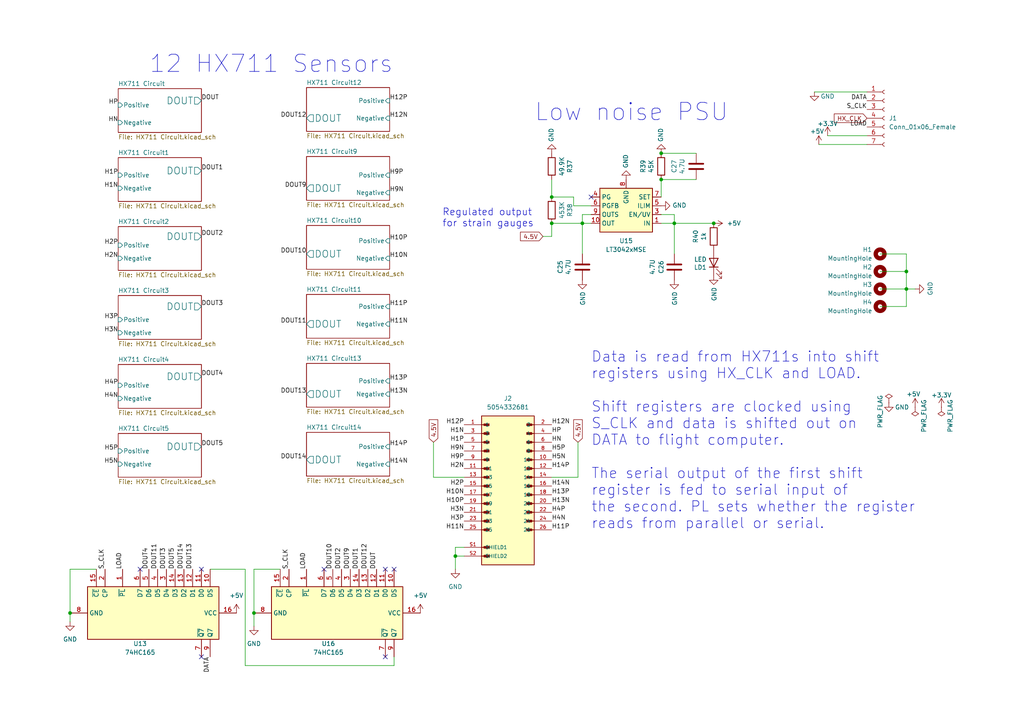
<source format=kicad_sch>
(kicad_sch (version 20231120) (generator "eeschema") (generator_version "8.0")
  (paper "A4")
  (title_block (title "Strain Gauge PCB"))
  (lib_symbols
    (symbol "5054332681:5054332681" (pin_names (offset 1.016))
      (property "Reference" "J" (at -7.62 21.59 0))
      (property "Value" "5054332681" (at -7.62 -25.4 0))
      (symbol "5054332681_0_0"
        (rectangle (start -7.62 -22.86) (end 7.62 20.32) (stroke (width 0.254)) (fill (type background)))
        (rectangle (start -6.985 -20.6375) (end -5.3975 -20.0025) (stroke (width 0.1)) (fill (type outline)))
        (rectangle (start -6.985 -18.0975) (end -5.3975 -17.4625) (stroke (width 0.1)) (fill (type outline)))
        (rectangle (start -6.985 -13.0175) (end -5.3975 -12.3825) (stroke (width 0.1)) (fill (type outline)))
        (rectangle (start -6.985 -10.4775) (end -5.3975 -9.8425) (stroke (width 0.1)) (fill (type outline)))
        (rectangle (start -6.985 -7.9375) (end -5.3975 -7.3025) (stroke (width 0.1)) (fill (type outline)))
        (rectangle (start -6.985 -5.3975) (end -5.3975 -4.7625) (stroke (width 0.1)) (fill (type outline)))
        (rectangle (start -6.985 -2.8575) (end -5.3975 -2.2225) (stroke (width 0.1)) (fill (type outline)))
        (rectangle (start -6.985 -0.3175) (end -5.3975 0.3175) (stroke (width 0.1)) (fill (type outline)))
        (rectangle (start -6.985 2.2225) (end -5.3975 2.8575) (stroke (width 0.1)) (fill (type outline)))
        (rectangle (start -6.985 4.7625) (end -5.3975 5.3975) (stroke (width 0.1)) (fill (type outline)))
        (rectangle (start -6.985 7.3025) (end -5.3975 7.9375) (stroke (width 0.1)) (fill (type outline)))
        (rectangle (start -6.985 9.8425) (end -5.3975 10.4775) (stroke (width 0.1)) (fill (type outline)))
        (rectangle (start -6.985 12.3825) (end -5.3975 13.0175) (stroke (width 0.1)) (fill (type outline)))
        (rectangle (start -6.985 14.9225) (end -5.3975 15.5575) (stroke (width 0.1)) (fill (type outline)))
        (rectangle (start -6.985 17.4625) (end -5.3975 18.0975) (stroke (width 0.1)) (fill (type outline)))
        (polyline (pts (xy -7.62 -20.32) (xy -5.715 -20.32)) (stroke (width 0.254)))
        (polyline (pts (xy -7.62 -17.78) (xy -5.715 -17.78)) (stroke (width 0.254)))
        (polyline (pts (xy -7.62 -12.7) (xy -5.715 -12.7)) (stroke (width 0.254)))
        (polyline (pts (xy -7.62 -10.16) (xy -5.715 -10.16)) (stroke (width 0.254)))
        (polyline (pts (xy -7.62 -7.62) (xy -5.715 -7.62)) (stroke (width 0.254)))
        (polyline (pts (xy -7.62 -5.08) (xy -5.715 -5.08)) (stroke (width 0.254)))
        (polyline (pts (xy -7.62 -2.54) (xy -5.715 -2.54)) (stroke (width 0.254)))
        (polyline (pts (xy -7.62 0) (xy -5.715 0)) (stroke (width 0.254)))
        (polyline (pts (xy -7.62 2.54) (xy -5.715 2.54)) (stroke (width 0.254)))
        (polyline (pts (xy -7.62 5.08) (xy -5.715 5.08)) (stroke (width 0.254)))
        (polyline (pts (xy -7.62 7.62) (xy -5.715 7.62)) (stroke (width 0.254)))
        (polyline (pts (xy -7.62 10.16) (xy -5.715 10.16)) (stroke (width 0.254)))
        (polyline (pts (xy -7.62 12.7) (xy -5.715 12.7)) (stroke (width 0.254)))
        (polyline (pts (xy -7.62 15.24) (xy -5.715 15.24)) (stroke (width 0.254)))
        (polyline (pts (xy -7.62 17.78) (xy -5.715 17.78)) (stroke (width 0.254)))
        (polyline (pts (xy 7.62 -12.7) (xy 5.715 -12.7)) (stroke (width 0.254)))
        (polyline (pts (xy 7.62 -10.16) (xy 5.715 -10.16)) (stroke (width 0.254)))
        (polyline (pts (xy 7.62 -7.62) (xy 5.715 -7.62)) (stroke (width 0.254)))
        (polyline (pts (xy 7.62 -5.08) (xy 5.715 -5.08)) (stroke (width 0.254)))
        (polyline (pts (xy 7.62 -2.54) (xy 5.715 -2.54)) (stroke (width 0.254)))
        (polyline (pts (xy 7.62 0) (xy 5.715 0)) (stroke (width 0.254)))
        (polyline (pts (xy 7.62 2.54) (xy 5.715 2.54)) (stroke (width 0.254)))
        (polyline (pts (xy 7.62 5.08) (xy 5.715 5.08)) (stroke (width 0.254)))
        (polyline (pts (xy 7.62 7.62) (xy 5.715 7.62)) (stroke (width 0.254)))
        (polyline (pts (xy 7.62 10.16) (xy 5.715 10.16)) (stroke (width 0.254)))
        (polyline (pts (xy 7.62 12.7) (xy 5.715 12.7)) (stroke (width 0.254)))
        (polyline (pts (xy 7.62 15.24) (xy 5.715 15.24)) (stroke (width 0.254)))
        (polyline (pts (xy 7.62 17.78) (xy 5.715 17.78)) (stroke (width 0.254)))
        (rectangle (start 5.3975 -13.0175) (end 6.985 -12.3825) (stroke (width 0.1)) (fill (type outline)))
        (rectangle (start 5.3975 -10.4775) (end 6.985 -9.8425) (stroke (width 0.1)) (fill (type outline)))
        (rectangle (start 5.3975 -7.9375) (end 6.985 -7.3025) (stroke (width 0.1)) (fill (type outline)))
        (rectangle (start 5.3975 -5.3975) (end 6.985 -4.7625) (stroke (width 0.1)) (fill (type outline)))
        (rectangle (start 5.3975 -2.8575) (end 6.985 -2.2225) (stroke (width 0.1)) (fill (type outline)))
        (rectangle (start 5.3975 -0.3175) (end 6.985 0.3175) (stroke (width 0.1)) (fill (type outline)))
        (rectangle (start 5.3975 2.2225) (end 6.985 2.8575) (stroke (width 0.1)) (fill (type outline)))
        (rectangle (start 5.3975 4.7625) (end 6.985 5.3975) (stroke (width 0.1)) (fill (type outline)))
        (rectangle (start 5.3975 7.3025) (end 6.985 7.9375) (stroke (width 0.1)) (fill (type outline)))
        (rectangle (start 5.3975 9.8425) (end 6.985 10.4775) (stroke (width 0.1)) (fill (type outline)))
        (rectangle (start 5.3975 12.3825) (end 6.985 13.0175) (stroke (width 0.1)) (fill (type outline)))
        (rectangle (start 5.3975 14.9225) (end 6.985 15.5575) (stroke (width 0.1)) (fill (type outline)))
        (rectangle (start 5.3975 17.4625) (end 6.985 18.0975) (stroke (width 0.1)) (fill (type outline)))
        (pin passive line (at -12.7 17.78 0) (length 5.08) (name "1") (number "1"))
        (pin passive line (at 12.7 7.62 180) (length 5.08) (name "10") (number "10"))
        (pin passive line (at -12.7 5.08 0) (length 5.08) (name "11") (number "11"))
        (pin passive line (at 12.7 5.08 180) (length 5.08) (name "12") (number "12"))
        (pin passive line (at -12.7 2.54 0) (length 5.08) (name "13") (number "13"))
        (pin passive line (at 12.7 2.54 180) (length 5.08) (name "14") (number "14"))
        (pin passive line (at -12.7 0 0) (length 5.08) (name "15") (number "15"))
        (pin passive line (at 12.7 0 180) (length 5.08) (name "16") (number "16"))
        (pin passive line (at -12.7 -2.54 0) (length 5.08) (name "17") (number "17"))
        (pin passive line (at 12.7 -2.54 180) (length 5.08) (name "18") (number "18"))
        (pin passive line (at -12.7 -5.08 0) (length 5.08) (name "19") (number "19"))
        (pin passive line (at 12.7 17.78 180) (length 5.08) (name "2") (number "2"))
        (pin passive line (at 12.7 -5.08 180) (length 5.08) (name "20") (number "20"))
        (pin passive line (at -12.7 -7.62 0) (length 5.08) (name "21") (number "21"))
        (pin passive line (at 12.7 -7.62 180) (length 5.08) (name "22") (number "22"))
        (pin passive line (at -12.7 -10.16 0) (length 5.08) (name "23") (number "23"))
        (pin passive line (at 12.7 -10.16 180) (length 5.08) (name "24") (number "24"))
        (pin passive line (at -12.7 -12.7 0) (length 5.08) (name "25") (number "25"))
        (pin passive line (at 12.7 -12.7 180) (length 5.08) (name "26") (number "26"))
        (pin passive line (at -12.7 15.24 0) (length 5.08) (name "3") (number "3"))
        (pin passive line (at 12.7 15.24 180) (length 5.08) (name "4") (number "4"))
        (pin passive line (at -12.7 12.7 0) (length 5.08) (name "5") (number "5"))
        (pin passive line (at 12.7 12.7 180) (length 5.08) (name "6") (number "6"))
        (pin passive line (at -12.7 10.16 0) (length 5.08) (name "7") (number "7"))
        (pin passive line (at 12.7 10.16 180) (length 5.08) (name "8") (number "8"))
        (pin passive line (at -12.7 7.62 0) (length 5.08) (name "9") (number "9"))
        (pin passive line (at -12.7 -17.78 0) (length 5.08) (name "SHIELD1") (number "S1"))
        (pin passive line (at -12.7 -20.32 0) (length 5.08) (name "SHIELD2") (number "S2"))
      )
    )
    (symbol "74xx:74HC165"
      (property "Reference" "U" (at -7.62 19.05 0))
      (property "Value" "74HC165" (at -7.62 -21.59 0))
      (symbol "74HC165_1_0"
        (pin input line (at -12.7 -10.16 0) (length 5.08) (name "~{PL}") (number "1"))
        (pin input line (at -12.7 15.24 0) (length 5.08) (name "DS") (number "10"))
        (pin input line (at -12.7 12.7 0) (length 5.08) (name "D0") (number "11"))
        (pin input line (at -12.7 10.16 0) (length 5.08) (name "D1") (number "12"))
        (pin input line (at -12.7 7.62 0) (length 5.08) (name "D2") (number "13"))
        (pin input line (at -12.7 5.08 0) (length 5.08) (name "D3") (number "14"))
        (pin input line (at -12.7 -17.78 0) (length 5.08) (name "~{CE}") (number "15"))
        (pin power_in line (at 0 22.86 270) (length 5.08) (name "VCC") (number "16"))
        (pin input line (at -12.7 -15.24 0) (length 5.08) (name "CP") (number "2"))
        (pin input line (at -12.7 2.54 0) (length 5.08) (name "D4") (number "3"))
        (pin input line (at -12.7 0 0) (length 5.08) (name "D5") (number "4"))
        (pin input line (at -12.7 -2.54 0) (length 5.08) (name "D6") (number "5"))
        (pin input line (at -12.7 -5.08 0) (length 5.08) (name "D7") (number "6"))
        (pin output line (at 12.7 12.7 180) (length 5.08) (name "~{Q7}") (number "7"))
        (pin power_in line (at 0 -25.4 90) (length 5.08) (name "GND") (number "8"))
        (pin output line (at 12.7 15.24 180) (length 5.08) (name "Q7") (number "9"))
      )
      (symbol "74HC165_1_1"
        (rectangle (start -7.62 17.78) (end 7.62 -20.32) (stroke (width 0.254)) (fill (type background)))
      )
    )
    (symbol "Connector:Conn_01x07_Socket" (pin_names (offset 1.016) hide)
      (property "Reference" "J" (at 0 10.16 0))
      (property "Value" "Conn_01x07_Socket" (at 0 -10.16 0))
      (symbol "Conn_01x07_Socket_1_1"
        (arc (start 0 -7.112) (mid -0.5058 -7.62) (end 0 -8.128) (stroke (width 0.1524)))
        (arc (start 0 -4.572) (mid -0.5058 -5.08) (end 0 -5.588) (stroke (width 0.1524)))
        (arc (start 0 -2.032) (mid -0.5058 -2.54) (end 0 -3.048) (stroke (width 0.1524)))
        (polyline (pts (xy -1.27 -7.62) (xy -0.508 -7.62)) (stroke (width 0.1524)))
        (polyline (pts (xy -1.27 -5.08) (xy -0.508 -5.08)) (stroke (width 0.1524)))
        (polyline (pts (xy -1.27 -2.54) (xy -0.508 -2.54)) (stroke (width 0.1524)))
        (polyline (pts (xy -1.27 0) (xy -0.508 0)) (stroke (width 0.1524)))
        (polyline (pts (xy -1.27 2.54) (xy -0.508 2.54)) (stroke (width 0.1524)))
        (polyline (pts (xy -1.27 5.08) (xy -0.508 5.08)) (stroke (width 0.1524)))
        (polyline (pts (xy -1.27 7.62) (xy -0.508 7.62)) (stroke (width 0.1524)))
        (arc (start 0 0.508) (mid -0.5058 0) (end 0 -0.508) (stroke (width 0.1524)))
        (arc (start 0 3.048) (mid -0.5058 2.54) (end 0 2.032) (stroke (width 0.1524)))
        (arc (start 0 5.588) (mid -0.5058 5.08) (end 0 4.572) (stroke (width 0.1524)))
        (arc (start 0 8.128) (mid -0.5058 7.62) (end 0 7.112) (stroke (width 0.1524)))
        (pin passive line (at -5.08 7.62 0) (length 3.81) (name "Pin_1") (number "1"))
        (pin passive line (at -5.08 5.08 0) (length 3.81) (name "Pin_2") (number "2"))
        (pin passive line (at -5.08 2.54 0) (length 3.81) (name "Pin_3") (number "3"))
        (pin passive line (at -5.08 0 0) (length 3.81) (name "Pin_4") (number "4"))
        (pin passive line (at -5.08 -2.54 0) (length 3.81) (name "Pin_5") (number "5"))
        (pin passive line (at -5.08 -5.08 0) (length 3.81) (name "Pin_6") (number "6"))
        (pin passive line (at -5.08 -7.62 0) (length 3.81) (name "Pin_7") (number "7"))
      )
    )
    (symbol "GND_1" (power) (pin_numbers hide) (pin_names (offset 0) hide)
      (property "Value" "GND" (at 0 -3.81 0))
      (symbol "GND_1_0_1"
        (polyline (pts (xy 0 0) (xy 0 -1.27) (xy 1.27 -1.27) (xy 0 -2.54) (xy -1.27 -1.27) (xy 0 -1.27)))
      )
      (symbol "GND_1_1_1"
        (pin power_in line (at 0 0 270) (length 0) (name "~") (number "1"))
      )
    )
    (symbol "Mechanical:MountingHole" (pin_names (offset 1.016))
      (property "Reference" "H" (at 0 5.08 0))
      (property "Value" "MountingHole" (at 0 3.175 0))
      (symbol "MountingHole_0_1"
        (circle (center 0 0) (radius 1.27) (stroke (width 1.27)))
      )
    )
    (symbol "PCB-rescue:+5V-power" (power) (pin_names (offset 0))
      (property "Value" "+5V-power" (at 0 3.556 0))
      (symbol "+5V-power_0_1"
        (polyline (pts (xy -0.762 1.27) (xy 0 2.54)))
        (polyline (pts (xy 0 0) (xy 0 2.54)))
        (polyline (pts (xy 0 2.54) (xy 0.762 1.27)))
      )
      (symbol "+5V-power_1_1"
        (pin power_in line (at 0 0 90) (length 0) hide (name "+5V") (number "1"))
      )
    )
    (symbol "PCB-rescue:C-Device" (pin_numbers hide) (pin_names (offset 0.254))
      (property "Reference" "C" (at 0.635 2.54 0))
      (property "Value" "C-Device" (at 0.635 -2.54 0))
      (symbol "C-Device_0_1"
        (polyline (pts (xy -2.032 -0.762) (xy 2.032 -0.762)) (stroke (width 0.508)))
        (polyline (pts (xy -2.032 0.762) (xy 2.032 0.762)) (stroke (width 0.508)))
      )
      (symbol "C-Device_1_1"
        (pin passive line (at 0 3.81 270) (length 2.794) (name "~") (number "1"))
        (pin passive line (at 0 -3.81 90) (length 2.794) (name "~") (number "2"))
      )
    )
    (symbol "PCB-rescue:GND-power" (power) (pin_names (offset 0))
      (property "Value" "GND-power" (at 0 -3.81 0))
      (symbol "GND-power_0_1"
        (polyline (pts (xy 0 0) (xy 0 -1.27) (xy 1.27 -1.27) (xy 0 -2.54) (xy -1.27 -1.27) (xy 0 -1.27)))
      )
      (symbol "GND-power_1_1"
        (pin power_in line (at 0 0 270) (length 0) hide (name "GND") (number "1"))
      )
    )
    (symbol "PCB-rescue:LED-Device" (pin_numbers hide) (pin_names (offset 1.016) hide)
      (property "Reference" "D" (at 0 2.54 0))
      (property "Value" "LED-Device" (at 0 -2.54 0))
      (symbol "LED-Device_0_1"
        (polyline (pts (xy -1.27 -1.27) (xy -1.27 1.27)) (stroke (width 0.254)))
        (polyline (pts (xy -1.27 0) (xy 1.27 0)))
        (polyline (pts (xy 1.27 -1.27) (xy 1.27 1.27) (xy -1.27 0) (xy 1.27 -1.27)) (stroke (width 0.254)))
        (polyline (pts (xy -3.048 -0.762) (xy -4.572 -2.286) (xy -3.81 -2.286) (xy -4.572 -2.286) (xy -4.572 -1.524)))
        (polyline (pts (xy -1.778 -0.762) (xy -3.302 -2.286) (xy -2.54 -2.286) (xy -3.302 -2.286) (xy -3.302 -1.524)))
      )
      (symbol "LED-Device_1_1"
        (pin passive line (at -3.81 0 0) (length 2.54) (name "K") (number "1"))
        (pin passive line (at 3.81 0 180) (length 2.54) (name "A") (number "2"))
      )
    )
    (symbol "PCB-rescue:R-Device" (pin_numbers hide) (pin_names (offset 0))
      (property "Reference" "R" (at 2.032 0 90))
      (property "Value" "R-Device" (at 0 0 90))
      (symbol "R-Device_0_1"
        (rectangle (start -1.016 -2.54) (end 1.016 2.54) (stroke (width 0.254)))
      )
      (symbol "R-Device_1_1"
        (pin passive line (at 0 3.81 270) (length 1.27) (name "~") (number "1"))
        (pin passive line (at 0 -3.81 90) (length 1.27) (name "~") (number "2"))
      )
    )
    (symbol "Regulator_Linear:LT3042xMSE"
      (property "Reference" "U" (at -6.35 6.35 0))
      (property "Value" "LT3042xMSE" (at 1.27 6.35 0))
      (symbol "LT3042xMSE_0_1"
        (rectangle (start -7.62 5.08) (end 7.62 -7.62) (stroke (width 0.254)) (fill (type background)))
      )
      (symbol "LT3042xMSE_1_1"
        (pin power_in line (at -10.16 2.54 0) (length 2.54) (name "IN") (number "1"))
        (pin power_out line (at 10.16 2.54 180) (length 2.54) (name "OUT") (number "10"))
        (pin passive line (at 0 -10.16 90) (length 2.54) hide (name "GND") (number "11"))
        (pin passive line (at -10.16 2.54 0) (length 2.54) hide (name "IN") (number "2"))
        (pin input line (at -10.16 0 0) (length 2.54) (name "EN/UV") (number "3"))
        (pin open_collector line (at 10.16 -5.08 180) (length 2.54) (name "PG") (number "4"))
        (pin passive line (at -10.16 -2.54 0) (length 2.54) (name "ILIM") (number "5"))
        (pin input line (at 10.16 -2.54 180) (length 2.54) (name "PGFB") (number "6"))
        (pin passive line (at -10.16 -5.08 0) (length 2.54) (name "SET") (number "7"))
        (pin power_in line (at 0 -10.16 90) (length 2.54) (name "GND") (number "8"))
        (pin input line (at 10.16 0 180) (length 2.54) (name "OUTS") (number "9"))
      )
    )
    (symbol "power:+3.3V" (power) (pin_names (offset 0))
      (property "Value" "+3.3V" (at 0 3.556 0))
      (symbol "+3.3V_0_1"
        (polyline (pts (xy -0.762 1.27) (xy 0 2.54)))
        (polyline (pts (xy 0 0) (xy 0 2.54)))
        (polyline (pts (xy 0 2.54) (xy 0.762 1.27)))
      )
      (symbol "+3.3V_1_1"
        (pin power_in line (at 0 0 90) (length 0) hide (name "+3.3V") (number "1"))
      )
    )
    (symbol "power:+5V" (power) (pin_names (offset 0))
      (property "Value" "+5V" (at 0 3.556 0))
      (symbol "+5V_0_1"
        (polyline (pts (xy -0.762 1.27) (xy 0 2.54)))
        (polyline (pts (xy 0 0) (xy 0 2.54)))
        (polyline (pts (xy 0 2.54) (xy 0.762 1.27)))
      )
      (symbol "+5V_1_1"
        (pin power_in line (at 0 0 90) (length 0) hide (name "+5V") (number "1"))
      )
    )
    (symbol "power:GND" (power) (pin_names (offset 0))
      (property "Value" "GND" (at 0 -3.81 0))
      (symbol "GND_0_1"
        (polyline (pts (xy 0 0) (xy 0 -1.27) (xy 1.27 -1.27) (xy 0 -2.54) (xy -1.27 -1.27) (xy 0 -1.27)))
      )
      (symbol "GND_1_1"
        (pin power_in line (at 0 0 270) (length 0) hide (name "GND") (number "1"))
      )
    )
    (symbol "power:PWR_FLAG" (power) (pin_numbers hide) (pin_names (offset 0) hide)
      (property "Value" "PWR_FLAG" (at 0 3.81 0))
      (symbol "PWR_FLAG_0_0"
        (pin power_out line (at 0 0 90) (length 0) (name "pwr") (number "1"))
      )
      (symbol "PWR_FLAG_0_1"
        (polyline (pts (xy 0 0) (xy 0 1.27) (xy -1.016 1.905) (xy 0 2.54) (xy 1.016 1.905) (xy 0 1.27)))
      )
    )
  )
  (junction (at 262.89 78.74))
  (junction (at 195.58 64.77))
  (junction (at 20.32 177.8))
  (junction (at 132.08 161.29))
  (junction (at 160.02 57.15))
  (junction (at 191.77 52.07))
  (junction (at 262.89 83.82))
  (junction (at 73.66 177.8))
  (junction (at 160.02 64.77))
  (junction (at 168.91 64.77))
  (junction (at 207.01 64.77))
  (junction (at 191.77 44.45))
  (no_connect (at 58.42 165.1))
  (no_connect (at 114.3 165.1))
  (no_connect (at 40.64 165.1))
  (no_connect (at 93.98 165.1))
  (no_connect (at 171.45 57.15))
  (no_connect (at 111.76 165.1))
  (no_connect (at 58.42 190.5))
  (no_connect (at 111.76 190.5))
  (wire (pts (xy 167.64 128.27) (xy 167.64 138.43)))
  (wire (pts (xy 262.89 88.9) (xy 262.89 83.82)))
  (wire (pts (xy 166.37 59.69) (xy 171.45 59.69)))
  (wire (pts (xy 191.77 44.45) (xy 201.93 44.45)))
  (wire (pts (xy 157.48 68.58) (xy 160.02 68.58)))
  (wire (pts (xy 71.12 193.04) (xy 71.12 165.1)))
  (wire (pts (xy 195.58 64.77) (xy 195.58 73.66)))
  (wire (pts (xy 255.27 83.82) (xy 262.89 83.82)))
  (wire (pts (xy 166.37 57.15) (xy 166.37 59.69)))
  (wire (pts (xy 168.91 64.77) (xy 168.91 73.66)))
  (wire (pts (xy 132.08 158.75) (xy 132.08 161.29)))
  (wire (pts (xy 262.89 73.66) (xy 255.27 73.66)))
  (wire (pts (xy 73.66 165.1) (xy 73.66 177.8)))
  (wire (pts (xy 237.49 41.91) (xy 251.46 41.91)))
  (wire (pts (xy 191.77 62.23) (xy 195.58 62.23)))
  (wire (pts (xy 71.12 165.1) (xy 60.96 165.1)))
  (wire (pts (xy 134.62 158.75) (xy 132.08 158.75)))
  (wire (pts (xy 81.28 165.1) (xy 73.66 165.1)))
  (wire (pts (xy 160.02 52.07) (xy 160.02 57.15)))
  (wire (pts (xy 27.94 165.1) (xy 20.32 165.1)))
  (wire (pts (xy 20.32 165.1) (xy 20.32 177.8)))
  (wire (pts (xy 262.89 83.82) (xy 265.43 83.82)))
  (wire (pts (xy 73.66 181.61) (xy 73.66 177.8)))
  (wire (pts (xy 262.89 78.74) (xy 262.89 83.82)))
  (wire (pts (xy 160.02 64.77) (xy 168.91 64.77)))
  (wire (pts (xy 191.77 57.15) (xy 191.77 52.07)))
  (wire (pts (xy 132.08 161.29) (xy 134.62 161.29)))
  (wire (pts (xy 167.64 138.43) (xy 160.02 138.43)))
  (wire (pts (xy 240.03 39.37) (xy 251.46 39.37)))
  (wire (pts (xy 20.32 180.34) (xy 20.32 177.8)))
  (wire (pts (xy 262.89 78.74) (xy 262.89 73.66)))
  (wire (pts (xy 125.73 128.27) (xy 125.73 138.43)))
  (wire (pts (xy 171.45 64.77) (xy 168.91 64.77)))
  (wire (pts (xy 134.62 138.43) (xy 125.73 138.43)))
  (wire (pts (xy 114.3 193.04) (xy 71.12 193.04)))
  (wire (pts (xy 195.58 62.23) (xy 195.58 64.77)))
  (wire (pts (xy 191.77 64.77) (xy 195.58 64.77)))
  (wire (pts (xy 255.27 78.74) (xy 262.89 78.74)))
  (wire (pts (xy 168.91 62.23) (xy 168.91 64.77)))
  (wire (pts (xy 195.58 64.77) (xy 207.01 64.77)))
  (wire (pts (xy 236.22 26.67) (xy 251.46 26.67)))
  (wire (pts (xy 191.77 52.07) (xy 201.93 52.07)))
  (wire (pts (xy 132.08 165.1) (xy 132.08 161.29)))
  (wire (pts (xy 114.3 190.5) (xy 114.3 193.04)))
  (wire (pts (xy 160.02 64.77) (xy 160.02 68.58)))
  (wire (pts (xy 171.45 62.23) (xy 168.91 62.23)))
  (wire (pts (xy 160.02 57.15) (xy 166.37 57.15)))
  (wire (pts (xy 255.27 88.9) (xy 262.89 88.9)))
  (text "Regulated output\nfor strain gauges" (at 128.27 66.04 0) (effects (font (size 2 2)) (justify left bottom)))
  (text "Data is read from HX711s into shift\nregisters using HX_CLK and LOAD.\n\nShift registers are clocked using\nS_CLK and data is shifted out on\nDATA to flight computer.\n\nThe serial output of the first shift\nregister is fed to serial input of\nthe second. PL sets whether the register\nreads from parallel or serial." (at 171.45 153.67 0) (effects (font (size 3 3)) (justify left bottom)))
  (text "12 HX711 Sensors" (at 43.18 21.59 0) (effects (font (size 5.0038 5.0038)) (justify left bottom)))
  (text "Low noise PSU" (at 154.94 35.56 0) (effects (font (size 5.0038 5.0038)) (justify left bottom)))
  (label "H1N" (at 34.29 54.61 180))
  (label "H1P" (at 134.62 128.27 180))
  (label "DOUT12" (at 88.9 34.29 180))
  (label "DOUT14" (at 53.34 165.1 90))
  (label "H11P" (at 160.02 153.67 0))
  (label "HP" (at 160.02 125.73 0))
  (label "H10P" (at 113.03 69.85 0))
  (label "H11N" (at 134.62 153.67 180))
  (label "H12P" (at 134.62 123.19 180))
  (label "DOUT1" (at 104.14 165.1 90))
  (label "H14N" (at 160.02 140.97 0))
  (label "DOUT12" (at 106.68 165.1 90))
  (label "LOAD" (at 35.56 165.1 90))
  (label "DOUT11" (at 88.9 93.98 180))
  (label "DOUT2" (at 58.42 68.58 0))
  (label "DOUT4" (at 58.42 109.22 0))
  (label "DOUT2" (at 99.06 165.1 90))
  (label "H4N" (at 34.29 115.57 180))
  (label "H12P" (at 113.03 29.21 0))
  (label "DOUT3" (at 58.42 88.9 0))
  (label "DOUT13" (at 88.9 114.3 180))
  (label "DOUT5" (at 50.8 165.1 90))
  (label "H10N" (at 134.62 143.51 180))
  (label "DOUT4" (at 43.18 165.1 90))
  (label "S_CLK" (at 83.82 165.1 90))
  (label "H9P" (at 113.03 50.8 0))
  (label "H5P" (at 160.02 130.81 0))
  (label "DOUT" (at 109.22 165.1 90))
  (label "H3N" (at 34.29 96.52 180))
  (label "S_CLK" (at 30.48 165.1 90))
  (label "LOAD" (at 88.9 165.1 90))
  (label "H13P" (at 160.02 143.51 0))
  (label "H10N" (at 113.03 74.93 0))
  (label "H4N" (at 160.02 151.13 0))
  (label "H11P" (at 113.03 88.9 0))
  (label "DOUT11" (at 45.72 165.1 90))
  (label "H9N" (at 134.62 130.81 180))
  (label "HN" (at 34.29 35.56 180))
  (label "H3P" (at 34.29 92.71 180))
  (label "H4P" (at 34.29 111.76 180))
  (label "H10P" (at 134.62 146.05 180))
  (label "DOUT10" (at 96.52 165.1 90))
  (label "DOUT14" (at 88.9 133.35 180))
  (label "H1N" (at 134.62 125.73 180))
  (label "DOUT" (at 58.42 29.21 0))
  (label "DOUT3" (at 48.26 165.1 90))
  (label "H14P" (at 160.02 135.89 0))
  (label "DOUT9" (at 88.9 54.61 180))
  (label "H2P" (at 34.29 71.12 180))
  (label "H5N" (at 34.29 134.62 180))
  (label "DOUT10" (at 88.9 73.66 180))
  (label "DOUT5" (at 58.42 129.54 0))
  (label "H2N" (at 134.62 135.89 180))
  (label "DATA" (at 60.96 190.5 270))
  (label "H3N" (at 134.62 148.59 180))
  (label "H2P" (at 134.62 140.97 180))
  (label "DATA" (at 251.46 29.21 180))
  (label "H12N" (at 160.02 123.19 0))
  (label "HP" (at 34.29 30.48 180))
  (label "H13N" (at 160.02 146.05 0))
  (label "DOUT1" (at 58.42 49.53 0))
  (label "H4P" (at 160.02 148.59 0))
  (label "HN" (at 160.02 128.27 0))
  (label "H1P" (at 34.29 50.8 180))
  (label "H13N" (at 113.03 114.3 0))
  (label "DOUT9" (at 101.6 165.1 90))
  (label "LOAD" (at 251.46 36.83 180))
  (label "H9P" (at 134.62 133.35 180))
  (label "H14P" (at 113.03 129.54 0))
  (label "H13P" (at 113.03 110.49 0))
  (label "H5N" (at 160.02 133.35 0))
  (label "H9N" (at 113.03 55.88 0))
  (label "H2N" (at 34.29 74.93 180))
  (label "H5P" (at 34.29 130.81 180))
  (label "H14N" (at 113.03 134.62 0))
  (label "H11N" (at 113.03 93.98 0))
  (label "H12N" (at 113.03 34.29 0))
  (label "S_CLK" (at 251.46 31.75 180))
  (label "H3P" (at 134.62 151.13 180))
  (label "DOUT13" (at 55.88 165.1 90))
  (global_label "4.5V" (shape input) (at 125.73 128.27 90) (property "Intersheetrefs" "${INTERSHEET_REFS}" (effects (hide yes))))
  (global_label "4.5V" (shape input) (at 167.64 128.27 90) (property "Intersheetrefs" "${INTERSHEET_REFS}" (effects (hide yes))))
  (global_label "4.5V" (shape input) (at 157.48 68.58 180) (property "Intersheetrefs" "${INTERSHEET_REFS}" (effects (hide yes))))
  (global_label "HX_CLK" (shape input) (at 251.46 34.29 180) (property "Intersheetrefs" "${INTERSHEET_REFS}" (effects (hide yes))))
  (symbol (lib_id "PCB-rescue:GND-power") (at 181.61 52.07 180) (unit 1)
    (property "Reference" "#PWR08" (effects (hide yes)))
    (property "Value" "GND" (at 181.483 48.8188 90) (effects (justify right)))
  )
  (symbol (lib_id "PCB-rescue:GND-power") (at 265.43 83.82 90) (unit 1)
    (property "Reference" "#PWR016" (effects (hide yes)))
    (property "Value" "GND" (at 269.8242 83.693 0))
  )
  (symbol (lib_id "PCB-rescue:+5V-power") (at 207.01 64.77 270) (unit 1)
    (property "Reference" "#PWR012" (effects (hide yes)))
    (property "Value" "+5V" (at 210.82 64.77 90) (effects (justify left)))
  )
  (symbol (lib_id "PCB-rescue:GND-power") (at 195.58 81.28 0) (unit 1)
    (property "Reference" "#PWR011" (effects (hide yes)))
    (property "Value" "GND" (at 195.707 84.5312 90) (effects (justify right)))
  )
  (symbol (lib_id "PCB-rescue:C-Device") (at 195.58 77.47 180) (unit 1)
    (property "Reference" "C26" (at 191.77 77.47 90))
    (property "Value" "4.7U" (at 189.23 77.47 90))
    (property "Footprint" "Capacitor_SMD:C_0603_1608Metric_Pad1.08x0.95mm_HandSolder" (effects (hide yes)))
  )
  (symbol (lib_id "PCB-rescue:LED-Device") (at 207.01 76.2 90) (unit 1)
    (property "Reference" "LD1" (at 204.978 77.5462 90) (effects (justify left)))
    (property "Value" "LED" (at 204.978 75.2348 90) (effects (justify left)))
    (property "Footprint" "LED_SMD:LED_0603_1608Metric_Pad1.05x0.95mm_HandSolder" (effects (hide yes)))
  )
  (symbol (lib_id "PCB-rescue:R-Device") (at 207.01 68.58 0) (unit 1)
    (property "Reference" "R40" (at 201.7522 68.58 90))
    (property "Value" "1k" (at 204.0636 68.58 90))
    (property "Footprint" "Resistor_SMD:R_0603_1608Metric_Pad0.98x0.95mm_HandSolder" (effects (hide yes)))
  )
  (symbol (lib_id "PCB-rescue:GND-power") (at 207.01 80.01 0) (unit 1)
    (property "Reference" "#PWR013" (effects (hide yes)))
    (property "Value" "GND" (at 207.137 83.2612 90) (effects (justify right)))
  )
  (symbol (lib_id "PCB-rescue:GND-power") (at 191.77 59.69 90) (unit 1)
    (property "Reference" "#PWR010" (effects (hide yes)))
    (property "Value" "GND" (at 195.0212 59.563 90) (effects (justify right)))
  )
  (symbol (lib_id "PCB-rescue:R-Device") (at 191.77 48.26 0) (unit 1)
    (property "Reference" "R39" (at 186.5122 48.26 90))
    (property "Value" "45K" (at 188.8236 48.26 90))
    (property "Footprint" "Resistor_SMD:R_0603_1608Metric_Pad0.98x0.95mm_HandSolder" (effects (hide yes)))
    (property "Datasheet" "https://www.digikey.ca/en/products/detail/te-connectivity-passive-product/RN73C2A45K3BTDF/2373689" (effects (hide yes)))
  )
  (symbol (lib_id "PCB-rescue:GND-power") (at 191.77 44.45 180) (unit 1)
    (property "Reference" "#PWR09" (effects (hide yes)))
    (property "Value" "GND" (at 191.643 41.1988 90) (effects (justify right)))
  )
  (symbol (lib_id "PCB-rescue:GND-power") (at 168.91 81.28 0) (unit 1)
    (property "Reference" "#PWR07" (effects (hide yes)))
    (property "Value" "GND" (at 169.037 84.5312 90) (effects (justify right)))
  )
  (symbol (lib_id "PCB-rescue:C-Device") (at 168.91 77.47 0) (unit 1)
    (property "Reference" "C25" (at 162.5092 77.47 90))
    (property "Value" "4.7U" (at 164.8206 77.47 90))
    (property "Footprint" "Capacitor_SMD:C_0603_1608Metric_Pad1.08x0.95mm_HandSolder" (effects (hide yes)))
  )
  (symbol (lib_id "PCB-rescue:R-Device") (at 160.02 48.26 180) (unit 1)
    (property "Reference" "R37" (at 165.2778 48.26 90))
    (property "Value" "49.9K" (at 162.9664 48.26 90))
    (property "Footprint" "Resistor_SMD:R_0603_1608Metric_Pad0.98x0.95mm_HandSolder" (effects (hide yes)))
  )
  (symbol (lib_id "PCB-rescue:R-Device") (at 160.02 60.96 180) (unit 1)
    (property "Reference" "R38" (at 165.2778 60.96 90))
    (property "Value" "453K" (at 162.9664 60.96 90))
    (property "Footprint" "Resistor_SMD:R_0603_1608Metric_Pad0.98x0.95mm_HandSolder" (effects (hide yes)))
  )
  (symbol (lib_id "PCB-rescue:GND-power") (at 160.02 44.45 180) (unit 1)
    (property "Reference" "#PWR05" (effects (hide yes)))
    (property "Value" "GND" (at 159.893 41.1988 90) (effects (justify right)))
  )
  (symbol (lib_id "PCB-rescue:C-Device") (at 201.93 48.26 0) (unit 1)
    (property "Reference" "C27" (at 195.5292 48.26 90))
    (property "Value" "4.7U" (at 197.8406 48.26 90))
    (property "Footprint" "Capacitor_SMD:C_0603_1608Metric_Pad1.08x0.95mm_HandSolder" (effects (hide yes)))
  )
  (symbol (lib_id "power:PWR_FLAG") (at 257.81 116.84 0) (unit 1)
    (property "Reference" "#FLG01" (effects (hide yes)))
    (property "Value" "PWR_FLAG" (at 255.27 119.38 90))
  )
  (symbol (lib_id "PCB-rescue:+5V-power") (at 237.49 41.91 0) (unit 1)
    (property "Reference" "#PWR014" (effects (hide yes)))
    (property "Value" "+5V" (at 234.95 38.1 0) (effects (justify left)))
  )
  (symbol (lib_id "power:GND") (at 257.81 116.84 0) (unit 1)
    (property "Reference" "#PWR04" (effects (hide yes)))
    (property "Value" "GND" (at 261.62 118.11 0))
  )
  (symbol (lib_id "power:GND") (at 236.22 26.67 0) (unit 1)
    (property "Reference" "#PWR015" (effects (hide yes)))
    (property "Value" "GND" (at 240.03 27.94 0))
  )
  (symbol (lib_id "power:+3.3V") (at 273.05 118.11 0) (unit 1)
    (property "Reference" "#PWR02" (effects (hide yes)))
    (property "Value" "+3.3V" (at 273.05 114.6081 0))
  )
  (symbol (lib_id "power:PWR_FLAG") (at 273.05 118.11 180) (unit 1)
    (property "Reference" "#FLG03" (effects (hide yes)))
    (property "Value" "PWR_FLAG" (at 275.59 120.65 90))
  )
  (symbol (lib_id "74xx:74HC165") (at 45.72 177.8 270) (unit 1)
    (property "Reference" "U13" (at 40.64 186.69 90))
    (property "Value" "74HC165" (at 40.64 189.23 90))
    (property "Footprint" "Package_SO:SO-16_3.9x9.9mm_P1.27mm" (effects (hide yes)))
    (property "Datasheet" "https://assets.nexperia.com/documents/data-sheet/74HC_HCT165.pdf" (effects (hide yes)))
  )
  (symbol (lib_id "Regulator_Linear:LT3042xMSE") (at 181.61 62.23 180) (unit 1)
    (property "Reference" "U15" (at 181.61 69.85 0))
    (property "Value" "LT3042xMSE" (at 181.61 72.39 0))
    (property "Footprint" "Package_SO:MSOP-10-1EP_3x3mm_P0.5mm_EP1.68x1.88mm" (effects (hide yes)))
    (property "Datasheet" "https://www.analog.com/media/en/technical-documentation/data-sheets/3042fb.pdf" (effects (hide yes)))
  )
  (symbol (lib_id "power:+3.3V") (at 240.03 39.37 0) (unit 1)
    (property "Reference" "#PWR01" (effects (hide yes)))
    (property "Value" "+3.3V" (at 240.03 35.8681 0))
  )
  (symbol (lib_name "GND_1") (lib_id "power:GND") (at 132.08 165.1 0) (unit 1)
    (property "Reference" "#PWR041" (effects (hide yes)))
    (property "Value" "GND" (at 132.08 170.18 0))
    (property "Description" "Power symbol creates a global label with name \"GND\" , ground" (effects (hide yes)))
  )
  (symbol (lib_id "Mechanical:MountingHole") (at 255.27 73.66 180) (unit 1)
    (property "Reference" "H1" (at 250.19 72.39 0) (effects (justify right)))
    (property "Value" "MountingHole" (at 240.03 74.93 0) (effects (justify right)))
    (property "Footprint" "MountingHole:MountingHole_3.7mm_Pad_TopBottom" (effects (hide yes)))
  )
  (symbol (lib_id "power:GND") (at 20.32 180.34 0) (unit 1)
    (property "Reference" "#PWR0176" (effects (hide yes)))
    (property "Value" "GND" (at 20.32 185.42 0))
  )
  (symbol (lib_id "Mechanical:MountingHole") (at 255.27 88.9 180) (unit 1)
    (property "Reference" "H4" (at 250.19 87.63 0) (effects (justify right)))
    (property "Value" "MountingHole" (at 240.03 90.17 0) (effects (justify right)))
    (property "Footprint" "MountingHole:MountingHole_3.7mm_Pad_TopBottom" (effects (hide yes)))
  )
  (symbol (lib_id "power:GND") (at 73.66 181.61 0) (unit 1)
    (property "Reference" "#PWR0174" (effects (hide yes)))
    (property "Value" "GND" (at 73.66 186.69 0))
  )
  (symbol (lib_id "power:PWR_FLAG") (at 265.43 118.11 180) (unit 1)
    (property "Reference" "#FLG02" (effects (hide yes)))
    (property "Value" "PWR_FLAG" (at 267.97 120.65 90))
  )
  (symbol (lib_id "Connector:Conn_01x07_Socket") (at 256.54 34.29 0) (unit 1)
    (property "Reference" "J1" (at 257.81 34.2899 0) (effects (justify left)))
    (property "Value" "Conn_01x06_Female" (at 257.81 36.8299 0) (effects (justify left)))
    (property "Footprint" "Connector_JST:JST_XH_B7B-XH-A_1x07_P2.50mm_Vertical" (effects (hide yes)))
  )
  (symbol (lib_id "Mechanical:MountingHole") (at 255.27 83.82 180) (unit 1)
    (property "Reference" "H3" (at 250.19 82.55 0) (effects (justify right)))
    (property "Value" "MountingHole" (at 240.03 85.09 0) (effects (justify right)))
    (property "Footprint" "MountingHole:MountingHole_3.7mm_Pad_TopBottom" (effects (hide yes)))
  )
  (symbol (lib_id "5054332681:5054332681") (at 147.32 140.97 0) (unit 1)
    (property "Reference" "J2" (at 147.32 115.57 0))
    (property "Value" "5054332681" (at 147.32 118.11 0))
    (property "Footprint" "5054332681 (1):MOLEX_5054332681" (effects (hide yes)))
    (property "PARTREV" "A" (effects (hide yes)))
    (property "STANDARD" "Manufacturer Recommendations" (effects (hide yes)))
    (property "MAXIMUM_PACKAGE_HEIGHT" "7.25 mm" (effects (hide yes)))
    (property "MANUFACTURER" "Molex" (effects (hide yes)))
  )
  (symbol (lib_id "74xx:74HC165") (at 99.06 177.8 270) (unit 1)
    (property "Reference" "U16" (at 95.25 186.69 90))
    (property "Value" "74HC165" (at 95.25 189.23 90))
    (property "Footprint" "Package_SO:SO-16_3.9x9.9mm_P1.27mm" (effects (hide yes)))
    (property "Datasheet" "https://assets.nexperia.com/documents/data-sheet/74HC_HCT165.pdf" (effects (hide yes)))
  )
  (symbol (lib_id "power:+5V") (at 121.92 177.8 0) (unit 1)
    (property "Reference" "#PWR0175" (effects (hide yes)))
    (property "Value" "+5V" (at 121.92 172.72 0))
  )
  (symbol (lib_id "Mechanical:MountingHole") (at 255.27 78.74 180) (unit 1)
    (property "Reference" "H2" (at 250.19 77.47 0) (effects (justify right)))
    (property "Value" "MountingHole" (at 240.03 80.01 0) (effects (justify right)))
    (property "Footprint" "MountingHole:MountingHole_3.7mm_Pad_TopBottom" (effects (hide yes)))
  )
  (symbol (lib_id "power:+5V") (at 68.58 177.8 0) (unit 1)
    (property "Reference" "#PWR0173" (effects (hide yes)))
    (property "Value" "+5V" (at 68.58 172.72 0))
  )
  (symbol (lib_id "PCB-rescue:+5V-power") (at 265.43 118.11 0) (unit 1)
    (property "Reference" "#PWR03" (effects (hide yes)))
    (property "Value" "+5V" (at 262.89 114.3 0) (effects (justify left)))
  )
  (sheet (at 88.9 25.4) (size 24.13 12.7) (stroke (width 0.1524))
    (property "Sheetname" "HX711 Circuit12" (at 88.9 24.6884 0) (effects (justify left bottom)))
    (property "Sheetfile" "HX711 Circuit.kicad_sch" (at 88.9 38.6846 0) (effects (justify left top)))
    (pin "DOUT" output (at 88.9 34.29 180) (effects (font (size 2 2))))
    (pin "Negative" input (at 113.03 34.29 0))
    (pin "Positive" input (at 113.03 29.21 0))
  )
  (sheet (at 34.29 85.72) (size 24.13 12.7) (stroke (width 0.1524))
    (property "Sheetname" "HX711 Circuit3" (at 34.29 85.0084 0) (effects (justify left bottom)))
    (property "Sheetfile" "HX711 Circuit.kicad_sch" (at 34.29 99.0046 0) (effects (justify left top)))
    (pin "DOUT" output (at 58.42 88.9 0) (effects (font (size 2 2))))
    (pin "Negative" input (at 34.29 96.52 180))
    (pin "Positive" input (at 34.29 92.71 180))
  )
  (sheet (at 34.29 45.72) (size 24.13 12.7) (stroke (width 0.1524))
    (property "Sheetname" "HX711 Circuit1" (at 34.29 45.0084 0) (effects (justify left bottom)))
    (property "Sheetfile" "HX711 Circuit.kicad_sch" (at 34.29 59.0046 0) (effects (justify left top)))
    (pin "DOUT" output (at 58.42 49.53 0) (effects (font (size 2 2))))
    (pin "Negative" input (at 34.29 54.61 180))
    (pin "Positive" input (at 34.29 50.8 180))
  )
  (sheet (at 34.29 125.72) (size 24.13 12.7) (stroke (width 0.1524))
    (property "Sheetname" "HX711 Circuit5" (at 34.29 125.0084 0) (effects (justify left bottom)))
    (property "Sheetfile" "HX711 Circuit.kicad_sch" (at 34.29 139.0046 0) (effects (justify left top)))
    (pin "DOUT" output (at 58.42 129.54 0) (effects (font (size 2 2))))
    (pin "Negative" input (at 34.29 134.62 180))
    (pin "Positive" input (at 34.29 130.81 180))
  )
  (sheet (at 34.29 65.72) (size 24.13 12.7) (stroke (width 0.1524))
    (property "Sheetname" "HX711 Circuit2" (at 34.29 65.0084 0) (effects (justify left bottom)))
    (property "Sheetfile" "HX711 Circuit.kicad_sch" (at 34.29 79.0046 0) (effects (justify left top)))
    (pin "DOUT" output (at 58.42 68.58 0) (effects (font (size 2 2))))
    (pin "Negative" input (at 34.29 74.93 180))
    (pin "Positive" input (at 34.29 71.12 180))
  )
  (sheet (at 88.9 105.4) (size 24.13 12.7) (stroke (width 0.1524))
    (property "Sheetname" "HX711 Circuit13" (at 88.9 104.6884 0) (effects (justify left bottom)))
    (property "Sheetfile" "HX711 Circuit.kicad_sch" (at 88.9 118.6846 0) (effects (justify left top)))
    (pin "DOUT" output (at 88.9 114.3 180) (effects (font (size 2 2))))
    (pin "Negative" input (at 113.03 114.3 0))
    (pin "Positive" input (at 113.03 110.49 0))
  )
  (sheet (at 88.9 125.4) (size 24.13 12.7) (stroke (width 0.1524))
    (property "Sheetname" "HX711 Circuit14" (at 88.9 124.6884 0) (effects (justify left bottom)))
    (property "Sheetfile" "HX711 Circuit.kicad_sch" (at 88.9 138.6846 0) (effects (justify left top)))
    (pin "DOUT" output (at 88.9 133.35 180) (effects (font (size 2 2))))
    (pin "Negative" input (at 113.03 134.62 0))
    (pin "Positive" input (at 113.03 129.54 0))
  )
  (sheet (at 88.9 65.4) (size 24.13 12.7) (stroke (width 0.1524))
    (property "Sheetname" "HX711 Circuit10" (at 88.9 64.6884 0) (effects (justify left bottom)))
    (property "Sheetfile" "HX711 Circuit.kicad_sch" (at 88.9 78.6846 0) (effects (justify left top)))
    (pin "DOUT" output (at 88.9 73.66 180) (effects (font (size 2 2))))
    (pin "Negative" input (at 113.03 74.93 0))
    (pin "Positive" input (at 113.03 69.85 0))
  )
  (sheet (at 34.29 25.72) (size 24.13 12.7) (stroke (width 0.1524))
    (property "Sheetname" "HX711 Circuit" (at 34.29 25.0084 0) (effects (justify left bottom)))
    (property "Sheetfile" "HX711 Circuit.kicad_sch" (at 34.29 39.0046 0) (effects (justify left top)))
    (pin "DOUT" output (at 58.42 29.21 0) (effects (font (size 2 2))))
    (pin "Negative" input (at 34.29 35.56 180))
    (pin "Positive" input (at 34.29 30.48 180))
  )
  (sheet (at 34.29 105.72) (size 24.13 12.7) (stroke (width 0.1524))
    (property "Sheetname" "HX711 Circuit4" (at 34.29 105.0084 0) (effects (justify left bottom)))
    (property "Sheetfile" "HX711 Circuit.kicad_sch" (at 34.29 119.0046 0) (effects (justify left top)))
    (pin "DOUT" output (at 58.42 109.22 0) (effects (font (size 2 2))))
    (pin "Negative" input (at 34.29 115.57 180))
    (pin "Positive" input (at 34.29 111.76 180))
  )
  (sheet (at 88.9 45.4) (size 24.13 12.7) (stroke (width 0.1524))
    (property "Sheetname" "HX711 Circuit9" (at 88.9 44.6884 0) (effects (justify left bottom)))
    (property "Sheetfile" "HX711 Circuit.kicad_sch" (at 88.9 58.6846 0) (effects (justify left top)))
    (pin "DOUT" output (at 88.9 54.61 180) (effects (font (size 2 2))))
    (pin "Negative" input (at 113.03 55.88 0))
    (pin "Positive" input (at 113.03 50.8 0))
  )
  (sheet (at 88.9 85.4) (size 24.13 12.7) (stroke (width 0.1524))
    (property "Sheetname" "HX711 Circuit11" (at 88.9 84.6884 0) (effects (justify left bottom)))
    (property "Sheetfile" "HX711 Circuit.kicad_sch" (at 88.9 98.6846 0) (effects (justify left top)))
    (pin "DOUT" output (at 88.9 93.98 180) (effects (font (size 2 2))))
    (pin "Negative" input (at 113.03 93.98 0))
    (pin "Positive" input (at 113.03 88.9 0))
  )
)
</source>
